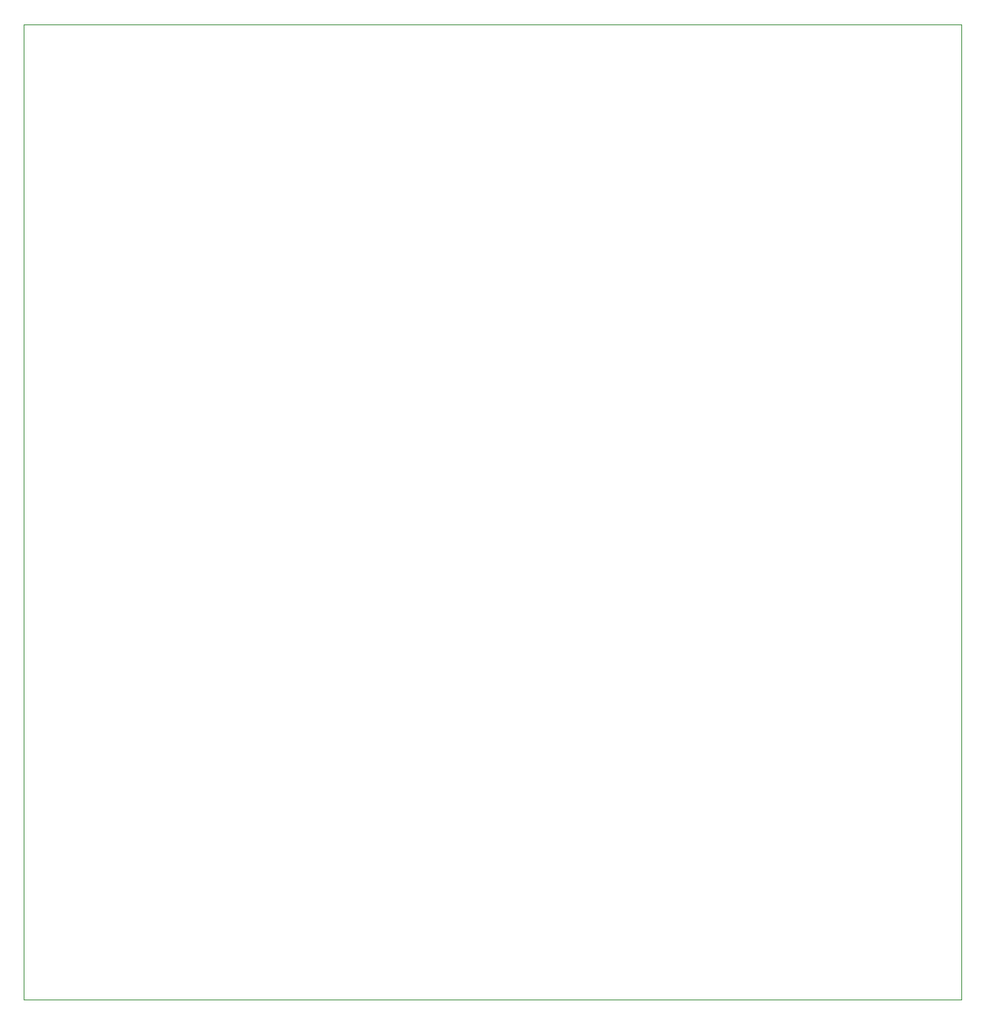
<source format=gbr>
%TF.GenerationSoftware,KiCad,Pcbnew,8.0.5-8.0.5-0~ubuntu22.04.1*%
%TF.CreationDate,2024-09-30T17:11:09+02:00*%
%TF.ProjectId,BTT-SKR-MINI-E3_shield,4254542d-534b-4522-9d4d-494e492d4533,rev?*%
%TF.SameCoordinates,Original*%
%TF.FileFunction,Profile,NP*%
%FSLAX46Y46*%
G04 Gerber Fmt 4.6, Leading zero omitted, Abs format (unit mm)*
G04 Created by KiCad (PCBNEW 8.0.5-8.0.5-0~ubuntu22.04.1) date 2024-09-30 17:11:09*
%MOMM*%
%LPD*%
G01*
G04 APERTURE LIST*
%TA.AperFunction,Profile*%
%ADD10C,0.050000*%
%TD*%
G04 APERTURE END LIST*
D10*
X100000000Y-30000000D02*
X204000000Y-30000000D01*
X204000000Y-138000000D01*
X100000000Y-138000000D01*
X100000000Y-30000000D01*
M02*

</source>
